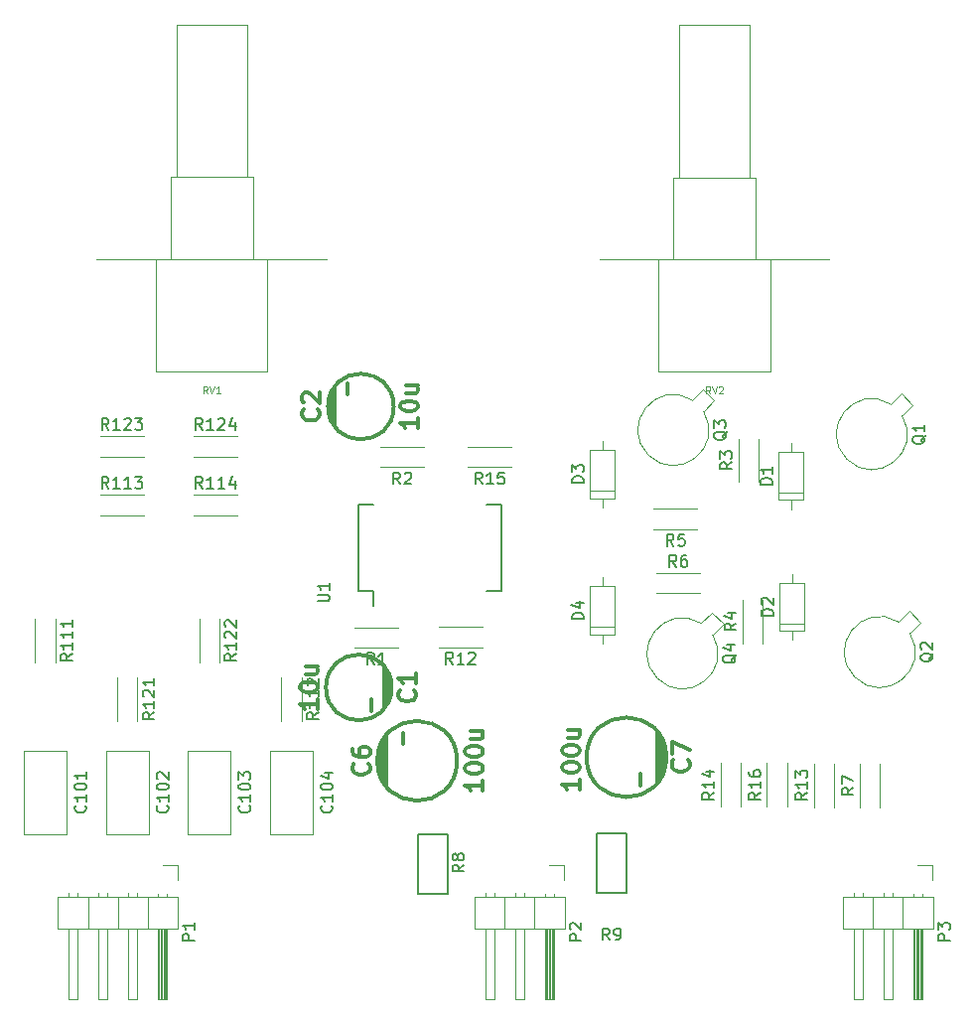
<source format=gbr>
G04 #@! TF.FileFunction,Legend,Top*
%FSLAX46Y46*%
G04 Gerber Fmt 4.6, Leading zero omitted, Abs format (unit mm)*
G04 Created by KiCad (PCBNEW 4.0.7) date Sunday 08 October 2017 21:17:18*
%MOMM*%
%LPD*%
G01*
G04 APERTURE LIST*
%ADD10C,0.100000*%
%ADD11C,0.150000*%
%ADD12C,0.120000*%
%ADD13C,0.075000*%
%ADD14C,0.304800*%
%ADD15C,0.300000*%
G04 APERTURE END LIST*
D10*
D11*
X134345000Y-94075000D02*
X134345000Y-99155000D01*
X134345000Y-99155000D02*
X131805000Y-99155000D01*
X131805000Y-99155000D02*
X131805000Y-94075000D01*
X131805000Y-94075000D02*
X134345000Y-94075000D01*
X149595000Y-94025000D02*
X149595000Y-99105000D01*
X149595000Y-99105000D02*
X147055000Y-99105000D01*
X147055000Y-99105000D02*
X147055000Y-94025000D01*
X147055000Y-94025000D02*
X149595000Y-94025000D01*
X126710000Y-73315000D02*
X127980000Y-73315000D01*
X126710000Y-65965000D02*
X127980000Y-65965000D01*
X138920000Y-65965000D02*
X137650000Y-65965000D01*
X138920000Y-73315000D02*
X137650000Y-73315000D01*
X126710000Y-73315000D02*
X126710000Y-65965000D01*
X138920000Y-73315000D02*
X138920000Y-65965000D01*
X127980000Y-73315000D02*
X127980000Y-74600000D01*
D12*
X111330000Y-99440000D02*
X101050000Y-99440000D01*
X101050000Y-99440000D02*
X101050000Y-102100000D01*
X101050000Y-102100000D02*
X111330000Y-102100000D01*
X111330000Y-102100000D02*
X111330000Y-99440000D01*
X110380000Y-102100000D02*
X110380000Y-108100000D01*
X110380000Y-108100000D02*
X109620000Y-108100000D01*
X109620000Y-108100000D02*
X109620000Y-102100000D01*
X110320000Y-102100000D02*
X110320000Y-108100000D01*
X110200000Y-102100000D02*
X110200000Y-108100000D01*
X110080000Y-102100000D02*
X110080000Y-108100000D01*
X109960000Y-102100000D02*
X109960000Y-108100000D01*
X109840000Y-102100000D02*
X109840000Y-108100000D01*
X109720000Y-102100000D02*
X109720000Y-108100000D01*
X110380000Y-99110000D02*
X110380000Y-99440000D01*
X109620000Y-99110000D02*
X109620000Y-99440000D01*
X108730000Y-99440000D02*
X108730000Y-102100000D01*
X107840000Y-102100000D02*
X107840000Y-108100000D01*
X107840000Y-108100000D02*
X107080000Y-108100000D01*
X107080000Y-108100000D02*
X107080000Y-102100000D01*
X107840000Y-99042929D02*
X107840000Y-99440000D01*
X107080000Y-99042929D02*
X107080000Y-99440000D01*
X106190000Y-99440000D02*
X106190000Y-102100000D01*
X105300000Y-102100000D02*
X105300000Y-108100000D01*
X105300000Y-108100000D02*
X104540000Y-108100000D01*
X104540000Y-108100000D02*
X104540000Y-102100000D01*
X105300000Y-99042929D02*
X105300000Y-99440000D01*
X104540000Y-99042929D02*
X104540000Y-99440000D01*
X103650000Y-99440000D02*
X103650000Y-102100000D01*
X102760000Y-102100000D02*
X102760000Y-108100000D01*
X102760000Y-108100000D02*
X102000000Y-108100000D01*
X102000000Y-108100000D02*
X102000000Y-102100000D01*
X102760000Y-99042929D02*
X102760000Y-99440000D01*
X102000000Y-99042929D02*
X102000000Y-99440000D01*
X110000000Y-96730000D02*
X111270000Y-96730000D01*
X111270000Y-96730000D02*
X111270000Y-98000000D01*
X144330000Y-99440000D02*
X136590000Y-99440000D01*
X136590000Y-99440000D02*
X136590000Y-102100000D01*
X136590000Y-102100000D02*
X144330000Y-102100000D01*
X144330000Y-102100000D02*
X144330000Y-99440000D01*
X143380000Y-102100000D02*
X143380000Y-108100000D01*
X143380000Y-108100000D02*
X142620000Y-108100000D01*
X142620000Y-108100000D02*
X142620000Y-102100000D01*
X143320000Y-102100000D02*
X143320000Y-108100000D01*
X143200000Y-102100000D02*
X143200000Y-108100000D01*
X143080000Y-102100000D02*
X143080000Y-108100000D01*
X142960000Y-102100000D02*
X142960000Y-108100000D01*
X142840000Y-102100000D02*
X142840000Y-108100000D01*
X142720000Y-102100000D02*
X142720000Y-108100000D01*
X143380000Y-99110000D02*
X143380000Y-99440000D01*
X142620000Y-99110000D02*
X142620000Y-99440000D01*
X141730000Y-99440000D02*
X141730000Y-102100000D01*
X140840000Y-102100000D02*
X140840000Y-108100000D01*
X140840000Y-108100000D02*
X140080000Y-108100000D01*
X140080000Y-108100000D02*
X140080000Y-102100000D01*
X140840000Y-99042929D02*
X140840000Y-99440000D01*
X140080000Y-99042929D02*
X140080000Y-99440000D01*
X139190000Y-99440000D02*
X139190000Y-102100000D01*
X138300000Y-102100000D02*
X138300000Y-108100000D01*
X138300000Y-108100000D02*
X137540000Y-108100000D01*
X137540000Y-108100000D02*
X137540000Y-102100000D01*
X138300000Y-99042929D02*
X138300000Y-99440000D01*
X137540000Y-99042929D02*
X137540000Y-99440000D01*
X143000000Y-96730000D02*
X144270000Y-96730000D01*
X144270000Y-96730000D02*
X144270000Y-98000000D01*
X175755000Y-99440000D02*
X168015000Y-99440000D01*
X168015000Y-99440000D02*
X168015000Y-102100000D01*
X168015000Y-102100000D02*
X175755000Y-102100000D01*
X175755000Y-102100000D02*
X175755000Y-99440000D01*
X174805000Y-102100000D02*
X174805000Y-108100000D01*
X174805000Y-108100000D02*
X174045000Y-108100000D01*
X174045000Y-108100000D02*
X174045000Y-102100000D01*
X174745000Y-102100000D02*
X174745000Y-108100000D01*
X174625000Y-102100000D02*
X174625000Y-108100000D01*
X174505000Y-102100000D02*
X174505000Y-108100000D01*
X174385000Y-102100000D02*
X174385000Y-108100000D01*
X174265000Y-102100000D02*
X174265000Y-108100000D01*
X174145000Y-102100000D02*
X174145000Y-108100000D01*
X174805000Y-99110000D02*
X174805000Y-99440000D01*
X174045000Y-99110000D02*
X174045000Y-99440000D01*
X173155000Y-99440000D02*
X173155000Y-102100000D01*
X172265000Y-102100000D02*
X172265000Y-108100000D01*
X172265000Y-108100000D02*
X171505000Y-108100000D01*
X171505000Y-108100000D02*
X171505000Y-102100000D01*
X172265000Y-99042929D02*
X172265000Y-99440000D01*
X171505000Y-99042929D02*
X171505000Y-99440000D01*
X170615000Y-99440000D02*
X170615000Y-102100000D01*
X169725000Y-102100000D02*
X169725000Y-108100000D01*
X169725000Y-108100000D02*
X168965000Y-108100000D01*
X168965000Y-108100000D02*
X168965000Y-102100000D01*
X169725000Y-99042929D02*
X169725000Y-99440000D01*
X168965000Y-99042929D02*
X168965000Y-99440000D01*
X174425000Y-96730000D02*
X175695000Y-96730000D01*
X175695000Y-96730000D02*
X175695000Y-98000000D01*
D13*
X104400000Y-45050000D02*
X124000000Y-45050000D01*
X111200000Y-25050000D02*
X117200000Y-25050000D01*
X117200000Y-38050000D02*
X117200000Y-25050000D01*
X117700000Y-45050000D02*
X117700000Y-38050000D01*
X109450000Y-45050000D02*
X109450000Y-54600000D01*
X118950000Y-45050000D02*
X109450000Y-45050000D01*
X118950000Y-54600000D02*
X109450000Y-54600000D01*
X118950000Y-45050000D02*
X118950000Y-54600000D01*
X110700000Y-45050000D02*
X110700000Y-38050000D01*
X117700000Y-38050000D02*
X110700000Y-38050000D01*
X111200000Y-38050000D02*
X111200000Y-25050000D01*
X147275000Y-45075000D02*
X166875000Y-45075000D01*
X154075000Y-25075000D02*
X160075000Y-25075000D01*
X160075000Y-38075000D02*
X160075000Y-25075000D01*
X160575000Y-45075000D02*
X160575000Y-38075000D01*
X152325000Y-45075000D02*
X152325000Y-54625000D01*
X161825000Y-45075000D02*
X152325000Y-45075000D01*
X161825000Y-54625000D02*
X152325000Y-54625000D01*
X161825000Y-45075000D02*
X161825000Y-54625000D01*
X153575000Y-45075000D02*
X153575000Y-38075000D01*
X160575000Y-38075000D02*
X153575000Y-38075000D01*
X154075000Y-38075000D02*
X154075000Y-25075000D01*
D14*
X129125000Y-89900000D02*
X129125000Y-85700000D01*
X128925000Y-89600000D02*
X128925000Y-86000000D01*
X128725000Y-89200000D02*
X128725000Y-86400000D01*
X128525000Y-88600000D02*
X128525000Y-86900000D01*
X135125000Y-87800000D02*
G75*
G03X135125000Y-87800000I-3400000J0D01*
G01*
D15*
X130525000Y-86400000D02*
X130525000Y-85400000D01*
D14*
X152175000Y-85400000D02*
X152175000Y-89600000D01*
X152375000Y-85700000D02*
X152375000Y-89300000D01*
X152575000Y-86100000D02*
X152575000Y-88900000D01*
X152775000Y-86700000D02*
X152775000Y-88400000D01*
X152975000Y-87500000D02*
G75*
G03X152975000Y-87500000I-3400000J0D01*
G01*
D15*
X150775000Y-88900000D02*
X150775000Y-89900000D01*
D14*
X129350000Y-80750000D02*
X129350000Y-82350000D01*
X129150000Y-80250000D02*
X129150000Y-82850000D01*
X128950000Y-79850000D02*
X128950000Y-83250000D01*
X129550000Y-81550000D02*
G75*
G03X129550000Y-81550000I-2800000J0D01*
G01*
D15*
X127850000Y-82550000D02*
X127850000Y-83550000D01*
D14*
X124325000Y-58400000D02*
X124325000Y-56800000D01*
X124525000Y-58900000D02*
X124525000Y-56300000D01*
X124725000Y-59300000D02*
X124725000Y-55900000D01*
X129725000Y-57600000D02*
G75*
G03X129725000Y-57600000I-2800000J0D01*
G01*
D15*
X125825000Y-56600000D02*
X125825000Y-55600000D01*
D12*
X173072281Y-58372669D02*
X173984448Y-57460501D01*
X173984448Y-57460501D02*
X172994499Y-56470552D01*
X172994499Y-56470552D02*
X172082331Y-57382719D01*
X172082544Y-57382850D02*
G75*
G03X173072281Y-58372669I-1582544J-2572150D01*
G01*
X173747281Y-76947669D02*
X174659448Y-76035501D01*
X174659448Y-76035501D02*
X173669499Y-75045552D01*
X173669499Y-75045552D02*
X172757331Y-75957719D01*
X172757544Y-75957850D02*
G75*
G03X173747281Y-76947669I-1582544J-2572150D01*
G01*
X156147281Y-58022669D02*
X157059448Y-57110501D01*
X157059448Y-57110501D02*
X156069499Y-56120552D01*
X156069499Y-56120552D02*
X155157331Y-57032719D01*
X155157544Y-57032850D02*
G75*
G03X156147281Y-58022669I-1582544J-2572150D01*
G01*
X156922281Y-77062669D02*
X157834448Y-76150501D01*
X157834448Y-76150501D02*
X156844499Y-75160552D01*
X156844499Y-75160552D02*
X155932331Y-76072719D01*
X155932544Y-76072850D02*
G75*
G03X156922281Y-77062669I-1582544J-2572150D01*
G01*
X162540000Y-65570000D02*
X164660000Y-65570000D01*
X164660000Y-65570000D02*
X164660000Y-61450000D01*
X164660000Y-61450000D02*
X162540000Y-61450000D01*
X162540000Y-61450000D02*
X162540000Y-65570000D01*
X163600000Y-66340000D02*
X163600000Y-65570000D01*
X163600000Y-60680000D02*
X163600000Y-61450000D01*
X162540000Y-64910000D02*
X164660000Y-64910000D01*
X162615000Y-76745000D02*
X164735000Y-76745000D01*
X164735000Y-76745000D02*
X164735000Y-72625000D01*
X164735000Y-72625000D02*
X162615000Y-72625000D01*
X162615000Y-72625000D02*
X162615000Y-76745000D01*
X163675000Y-77515000D02*
X163675000Y-76745000D01*
X163675000Y-71855000D02*
X163675000Y-72625000D01*
X162615000Y-76085000D02*
X164735000Y-76085000D01*
X146465000Y-65425000D02*
X148585000Y-65425000D01*
X148585000Y-65425000D02*
X148585000Y-61305000D01*
X148585000Y-61305000D02*
X146465000Y-61305000D01*
X146465000Y-61305000D02*
X146465000Y-65425000D01*
X147525000Y-66195000D02*
X147525000Y-65425000D01*
X147525000Y-60535000D02*
X147525000Y-61305000D01*
X146465000Y-64765000D02*
X148585000Y-64765000D01*
X146465000Y-77050000D02*
X148585000Y-77050000D01*
X148585000Y-77050000D02*
X148585000Y-72930000D01*
X148585000Y-72930000D02*
X146465000Y-72930000D01*
X146465000Y-72930000D02*
X146465000Y-77050000D01*
X147525000Y-77820000D02*
X147525000Y-77050000D01*
X147525000Y-72160000D02*
X147525000Y-72930000D01*
X146465000Y-76390000D02*
X148585000Y-76390000D01*
X130075000Y-78135000D02*
X126355000Y-78135000D01*
X130075000Y-76415000D02*
X126355000Y-76415000D01*
X132300000Y-62760000D02*
X128580000Y-62760000D01*
X132300000Y-61040000D02*
X128580000Y-61040000D01*
X159115000Y-64050000D02*
X159115000Y-60330000D01*
X160835000Y-64050000D02*
X160835000Y-60330000D01*
X159465000Y-77770000D02*
X159465000Y-74050000D01*
X161185000Y-77770000D02*
X161185000Y-74050000D01*
X155625000Y-68035000D02*
X151905000Y-68035000D01*
X155625000Y-66315000D02*
X151905000Y-66315000D01*
X152125000Y-71815000D02*
X155845000Y-71815000D01*
X152125000Y-73535000D02*
X155845000Y-73535000D01*
X169465000Y-91795000D02*
X169465000Y-88075000D01*
X171185000Y-91795000D02*
X171185000Y-88075000D01*
X137275000Y-78110000D02*
X133555000Y-78110000D01*
X137275000Y-76390000D02*
X133555000Y-76390000D01*
X165540000Y-91750000D02*
X165540000Y-88030000D01*
X167260000Y-91750000D02*
X167260000Y-88030000D01*
X157590000Y-91720000D02*
X157590000Y-88000000D01*
X159310000Y-91720000D02*
X159310000Y-88000000D01*
X139775000Y-62760000D02*
X136055000Y-62760000D01*
X139775000Y-61040000D02*
X136055000Y-61040000D01*
X161540000Y-91725000D02*
X161540000Y-88005000D01*
X163260000Y-91725000D02*
X163260000Y-88005000D01*
X100860000Y-75680000D02*
X100860000Y-79400000D01*
X99140000Y-75680000D02*
X99140000Y-79400000D01*
X121860000Y-80680000D02*
X121860000Y-84400000D01*
X120140000Y-80680000D02*
X120140000Y-84400000D01*
X104680000Y-65140000D02*
X108400000Y-65140000D01*
X104680000Y-66860000D02*
X108400000Y-66860000D01*
X112680000Y-65140000D02*
X116400000Y-65140000D01*
X112680000Y-66860000D02*
X116400000Y-66860000D01*
X107860000Y-80680000D02*
X107860000Y-84400000D01*
X106140000Y-80680000D02*
X106140000Y-84400000D01*
X114860000Y-75680000D02*
X114860000Y-79400000D01*
X113140000Y-75680000D02*
X113140000Y-79400000D01*
X104680000Y-60140000D02*
X108400000Y-60140000D01*
X104680000Y-61860000D02*
X108400000Y-61860000D01*
X112680000Y-60140000D02*
X116400000Y-60140000D01*
X112680000Y-61860000D02*
X116400000Y-61860000D01*
X101810000Y-86940000D02*
X101810000Y-94060000D01*
X98190000Y-86940000D02*
X98190000Y-94060000D01*
X101810000Y-86940000D02*
X98190000Y-86940000D01*
X101810000Y-94060000D02*
X98190000Y-94060000D01*
X108810000Y-86940000D02*
X108810000Y-94060000D01*
X105190000Y-86940000D02*
X105190000Y-94060000D01*
X108810000Y-86940000D02*
X105190000Y-86940000D01*
X108810000Y-94060000D02*
X105190000Y-94060000D01*
X115810000Y-86940000D02*
X115810000Y-94060000D01*
X112190000Y-86940000D02*
X112190000Y-94060000D01*
X115810000Y-86940000D02*
X112190000Y-86940000D01*
X115810000Y-94060000D02*
X112190000Y-94060000D01*
X122810000Y-86940000D02*
X122810000Y-94060000D01*
X119190000Y-86940000D02*
X119190000Y-94060000D01*
X122810000Y-86940000D02*
X119190000Y-86940000D01*
X122810000Y-94060000D02*
X119190000Y-94060000D01*
D11*
X135721381Y-96670666D02*
X135245190Y-97004000D01*
X135721381Y-97242095D02*
X134721381Y-97242095D01*
X134721381Y-96861142D01*
X134769000Y-96765904D01*
X134816619Y-96718285D01*
X134911857Y-96670666D01*
X135054714Y-96670666D01*
X135149952Y-96718285D01*
X135197571Y-96765904D01*
X135245190Y-96861142D01*
X135245190Y-97242095D01*
X135149952Y-96099238D02*
X135102333Y-96194476D01*
X135054714Y-96242095D01*
X134959476Y-96289714D01*
X134911857Y-96289714D01*
X134816619Y-96242095D01*
X134769000Y-96194476D01*
X134721381Y-96099238D01*
X134721381Y-95908761D01*
X134769000Y-95813523D01*
X134816619Y-95765904D01*
X134911857Y-95718285D01*
X134959476Y-95718285D01*
X135054714Y-95765904D01*
X135102333Y-95813523D01*
X135149952Y-95908761D01*
X135149952Y-96099238D01*
X135197571Y-96194476D01*
X135245190Y-96242095D01*
X135340429Y-96289714D01*
X135530905Y-96289714D01*
X135626143Y-96242095D01*
X135673762Y-96194476D01*
X135721381Y-96099238D01*
X135721381Y-95908761D01*
X135673762Y-95813523D01*
X135626143Y-95765904D01*
X135530905Y-95718285D01*
X135340429Y-95718285D01*
X135245190Y-95765904D01*
X135197571Y-95813523D01*
X135149952Y-95908761D01*
X148133334Y-103077381D02*
X147800000Y-102601190D01*
X147561905Y-103077381D02*
X147561905Y-102077381D01*
X147942858Y-102077381D01*
X148038096Y-102125000D01*
X148085715Y-102172619D01*
X148133334Y-102267857D01*
X148133334Y-102410714D01*
X148085715Y-102505952D01*
X148038096Y-102553571D01*
X147942858Y-102601190D01*
X147561905Y-102601190D01*
X148609524Y-103077381D02*
X148800000Y-103077381D01*
X148895239Y-103029762D01*
X148942858Y-102982143D01*
X149038096Y-102839286D01*
X149085715Y-102648810D01*
X149085715Y-102267857D01*
X149038096Y-102172619D01*
X148990477Y-102125000D01*
X148895239Y-102077381D01*
X148704762Y-102077381D01*
X148609524Y-102125000D01*
X148561905Y-102172619D01*
X148514286Y-102267857D01*
X148514286Y-102505952D01*
X148561905Y-102601190D01*
X148609524Y-102648810D01*
X148704762Y-102696429D01*
X148895239Y-102696429D01*
X148990477Y-102648810D01*
X149038096Y-102601190D01*
X149085715Y-102505952D01*
X123237381Y-74211905D02*
X124046905Y-74211905D01*
X124142143Y-74164286D01*
X124189762Y-74116667D01*
X124237381Y-74021429D01*
X124237381Y-73830952D01*
X124189762Y-73735714D01*
X124142143Y-73688095D01*
X124046905Y-73640476D01*
X123237381Y-73640476D01*
X124237381Y-72640476D02*
X124237381Y-73211905D01*
X124237381Y-72926191D02*
X123237381Y-72926191D01*
X123380238Y-73021429D01*
X123475476Y-73116667D01*
X123523095Y-73211905D01*
X112722381Y-103123095D02*
X111722381Y-103123095D01*
X111722381Y-102742142D01*
X111770000Y-102646904D01*
X111817619Y-102599285D01*
X111912857Y-102551666D01*
X112055714Y-102551666D01*
X112150952Y-102599285D01*
X112198571Y-102646904D01*
X112246190Y-102742142D01*
X112246190Y-103123095D01*
X112722381Y-101599285D02*
X112722381Y-102170714D01*
X112722381Y-101885000D02*
X111722381Y-101885000D01*
X111865238Y-101980238D01*
X111960476Y-102075476D01*
X112008095Y-102170714D01*
X145722381Y-103123095D02*
X144722381Y-103123095D01*
X144722381Y-102742142D01*
X144770000Y-102646904D01*
X144817619Y-102599285D01*
X144912857Y-102551666D01*
X145055714Y-102551666D01*
X145150952Y-102599285D01*
X145198571Y-102646904D01*
X145246190Y-102742142D01*
X145246190Y-103123095D01*
X144817619Y-102170714D02*
X144770000Y-102123095D01*
X144722381Y-102027857D01*
X144722381Y-101789761D01*
X144770000Y-101694523D01*
X144817619Y-101646904D01*
X144912857Y-101599285D01*
X145008095Y-101599285D01*
X145150952Y-101646904D01*
X145722381Y-102218333D01*
X145722381Y-101599285D01*
X177147381Y-103123095D02*
X176147381Y-103123095D01*
X176147381Y-102742142D01*
X176195000Y-102646904D01*
X176242619Y-102599285D01*
X176337857Y-102551666D01*
X176480714Y-102551666D01*
X176575952Y-102599285D01*
X176623571Y-102646904D01*
X176671190Y-102742142D01*
X176671190Y-103123095D01*
X176147381Y-102218333D02*
X176147381Y-101599285D01*
X176528333Y-101932619D01*
X176528333Y-101789761D01*
X176575952Y-101694523D01*
X176623571Y-101646904D01*
X176718810Y-101599285D01*
X176956905Y-101599285D01*
X177052143Y-101646904D01*
X177099762Y-101694523D01*
X177147381Y-101789761D01*
X177147381Y-102075476D01*
X177099762Y-102170714D01*
X177052143Y-102218333D01*
D10*
X113842857Y-56471429D02*
X113642857Y-56185714D01*
X113500000Y-56471429D02*
X113500000Y-55871429D01*
X113728572Y-55871429D01*
X113785714Y-55900000D01*
X113814286Y-55928571D01*
X113842857Y-55985714D01*
X113842857Y-56071429D01*
X113814286Y-56128571D01*
X113785714Y-56157143D01*
X113728572Y-56185714D01*
X113500000Y-56185714D01*
X114014286Y-55871429D02*
X114214286Y-56471429D01*
X114414286Y-55871429D01*
X114928572Y-56471429D02*
X114585715Y-56471429D01*
X114757143Y-56471429D02*
X114757143Y-55871429D01*
X114700000Y-55957143D01*
X114642858Y-56014286D01*
X114585715Y-56042857D01*
X156717857Y-56496429D02*
X156517857Y-56210714D01*
X156375000Y-56496429D02*
X156375000Y-55896429D01*
X156603572Y-55896429D01*
X156660714Y-55925000D01*
X156689286Y-55953571D01*
X156717857Y-56010714D01*
X156717857Y-56096429D01*
X156689286Y-56153571D01*
X156660714Y-56182143D01*
X156603572Y-56210714D01*
X156375000Y-56210714D01*
X156889286Y-55896429D02*
X157089286Y-56496429D01*
X157289286Y-55896429D01*
X157460715Y-55953571D02*
X157489286Y-55925000D01*
X157546429Y-55896429D01*
X157689286Y-55896429D01*
X157746429Y-55925000D01*
X157775000Y-55953571D01*
X157803572Y-56010714D01*
X157803572Y-56067857D01*
X157775000Y-56153571D01*
X157432143Y-56496429D01*
X157803572Y-56496429D01*
D14*
X127569286Y-88054000D02*
X127641857Y-88126571D01*
X127714429Y-88344285D01*
X127714429Y-88489428D01*
X127641857Y-88707143D01*
X127496714Y-88852285D01*
X127351571Y-88924857D01*
X127061286Y-88997428D01*
X126843571Y-88997428D01*
X126553286Y-88924857D01*
X126408143Y-88852285D01*
X126263000Y-88707143D01*
X126190429Y-88489428D01*
X126190429Y-88344285D01*
X126263000Y-88126571D01*
X126335571Y-88054000D01*
X126190429Y-86747714D02*
X126190429Y-87038000D01*
X126263000Y-87183143D01*
X126335571Y-87255714D01*
X126553286Y-87400857D01*
X126843571Y-87473428D01*
X127424143Y-87473428D01*
X127569286Y-87400857D01*
X127641857Y-87328285D01*
X127714429Y-87183143D01*
X127714429Y-86892857D01*
X127641857Y-86747714D01*
X127569286Y-86675143D01*
X127424143Y-86602571D01*
X127061286Y-86602571D01*
X126916143Y-86675143D01*
X126843571Y-86747714D01*
X126771000Y-86892857D01*
X126771000Y-87183143D01*
X126843571Y-87328285D01*
X126916143Y-87400857D01*
X127061286Y-87473428D01*
X137339429Y-89455429D02*
X137339429Y-90326286D01*
X137339429Y-89890858D02*
X135815429Y-89890858D01*
X136033143Y-90036001D01*
X136178286Y-90181143D01*
X136250857Y-90326286D01*
X135815429Y-88512000D02*
X135815429Y-88366857D01*
X135888000Y-88221714D01*
X135960571Y-88149143D01*
X136105714Y-88076572D01*
X136396000Y-88004000D01*
X136758857Y-88004000D01*
X137049143Y-88076572D01*
X137194286Y-88149143D01*
X137266857Y-88221714D01*
X137339429Y-88366857D01*
X137339429Y-88512000D01*
X137266857Y-88657143D01*
X137194286Y-88729714D01*
X137049143Y-88802286D01*
X136758857Y-88874857D01*
X136396000Y-88874857D01*
X136105714Y-88802286D01*
X135960571Y-88729714D01*
X135888000Y-88657143D01*
X135815429Y-88512000D01*
X135815429Y-87060571D02*
X135815429Y-86915428D01*
X135888000Y-86770285D01*
X135960571Y-86697714D01*
X136105714Y-86625143D01*
X136396000Y-86552571D01*
X136758857Y-86552571D01*
X137049143Y-86625143D01*
X137194286Y-86697714D01*
X137266857Y-86770285D01*
X137339429Y-86915428D01*
X137339429Y-87060571D01*
X137266857Y-87205714D01*
X137194286Y-87278285D01*
X137049143Y-87350857D01*
X136758857Y-87423428D01*
X136396000Y-87423428D01*
X136105714Y-87350857D01*
X135960571Y-87278285D01*
X135888000Y-87205714D01*
X135815429Y-87060571D01*
X136323429Y-85246285D02*
X137339429Y-85246285D01*
X136323429Y-85899428D02*
X137121714Y-85899428D01*
X137266857Y-85826856D01*
X137339429Y-85681714D01*
X137339429Y-85463999D01*
X137266857Y-85318856D01*
X137194286Y-85246285D01*
X154819286Y-87754000D02*
X154891857Y-87826571D01*
X154964429Y-88044285D01*
X154964429Y-88189428D01*
X154891857Y-88407143D01*
X154746714Y-88552285D01*
X154601571Y-88624857D01*
X154311286Y-88697428D01*
X154093571Y-88697428D01*
X153803286Y-88624857D01*
X153658143Y-88552285D01*
X153513000Y-88407143D01*
X153440429Y-88189428D01*
X153440429Y-88044285D01*
X153513000Y-87826571D01*
X153585571Y-87754000D01*
X153440429Y-87246000D02*
X153440429Y-86230000D01*
X154964429Y-86883143D01*
X145614429Y-89380429D02*
X145614429Y-90251286D01*
X145614429Y-89815858D02*
X144090429Y-89815858D01*
X144308143Y-89961001D01*
X144453286Y-90106143D01*
X144525857Y-90251286D01*
X144090429Y-88437000D02*
X144090429Y-88291857D01*
X144163000Y-88146714D01*
X144235571Y-88074143D01*
X144380714Y-88001572D01*
X144671000Y-87929000D01*
X145033857Y-87929000D01*
X145324143Y-88001572D01*
X145469286Y-88074143D01*
X145541857Y-88146714D01*
X145614429Y-88291857D01*
X145614429Y-88437000D01*
X145541857Y-88582143D01*
X145469286Y-88654714D01*
X145324143Y-88727286D01*
X145033857Y-88799857D01*
X144671000Y-88799857D01*
X144380714Y-88727286D01*
X144235571Y-88654714D01*
X144163000Y-88582143D01*
X144090429Y-88437000D01*
X144090429Y-86985571D02*
X144090429Y-86840428D01*
X144163000Y-86695285D01*
X144235571Y-86622714D01*
X144380714Y-86550143D01*
X144671000Y-86477571D01*
X145033857Y-86477571D01*
X145324143Y-86550143D01*
X145469286Y-86622714D01*
X145541857Y-86695285D01*
X145614429Y-86840428D01*
X145614429Y-86985571D01*
X145541857Y-87130714D01*
X145469286Y-87203285D01*
X145324143Y-87275857D01*
X145033857Y-87348428D01*
X144671000Y-87348428D01*
X144380714Y-87275857D01*
X144235571Y-87203285D01*
X144163000Y-87130714D01*
X144090429Y-86985571D01*
X144598429Y-85171285D02*
X145614429Y-85171285D01*
X144598429Y-85824428D02*
X145396714Y-85824428D01*
X145541857Y-85751856D01*
X145614429Y-85606714D01*
X145614429Y-85388999D01*
X145541857Y-85243856D01*
X145469286Y-85171285D01*
X131494286Y-81804000D02*
X131566857Y-81876571D01*
X131639429Y-82094285D01*
X131639429Y-82239428D01*
X131566857Y-82457143D01*
X131421714Y-82602285D01*
X131276571Y-82674857D01*
X130986286Y-82747428D01*
X130768571Y-82747428D01*
X130478286Y-82674857D01*
X130333143Y-82602285D01*
X130188000Y-82457143D01*
X130115429Y-82239428D01*
X130115429Y-82094285D01*
X130188000Y-81876571D01*
X130260571Y-81804000D01*
X131639429Y-80352571D02*
X131639429Y-81223428D01*
X131639429Y-80788000D02*
X130115429Y-80788000D01*
X130333143Y-80933143D01*
X130478286Y-81078285D01*
X130550857Y-81223428D01*
X123239429Y-82529714D02*
X123239429Y-83400571D01*
X123239429Y-82965143D02*
X121715429Y-82965143D01*
X121933143Y-83110286D01*
X122078286Y-83255428D01*
X122150857Y-83400571D01*
X121715429Y-81586285D02*
X121715429Y-81441142D01*
X121788000Y-81295999D01*
X121860571Y-81223428D01*
X122005714Y-81150857D01*
X122296000Y-81078285D01*
X122658857Y-81078285D01*
X122949143Y-81150857D01*
X123094286Y-81223428D01*
X123166857Y-81295999D01*
X123239429Y-81441142D01*
X123239429Y-81586285D01*
X123166857Y-81731428D01*
X123094286Y-81803999D01*
X122949143Y-81876571D01*
X122658857Y-81949142D01*
X122296000Y-81949142D01*
X122005714Y-81876571D01*
X121860571Y-81803999D01*
X121788000Y-81731428D01*
X121715429Y-81586285D01*
X122223429Y-79771999D02*
X123239429Y-79771999D01*
X122223429Y-80425142D02*
X123021714Y-80425142D01*
X123166857Y-80352570D01*
X123239429Y-80207428D01*
X123239429Y-79989713D01*
X123166857Y-79844570D01*
X123094286Y-79771999D01*
X123269286Y-57854000D02*
X123341857Y-57926571D01*
X123414429Y-58144285D01*
X123414429Y-58289428D01*
X123341857Y-58507143D01*
X123196714Y-58652285D01*
X123051571Y-58724857D01*
X122761286Y-58797428D01*
X122543571Y-58797428D01*
X122253286Y-58724857D01*
X122108143Y-58652285D01*
X121963000Y-58507143D01*
X121890429Y-58289428D01*
X121890429Y-58144285D01*
X121963000Y-57926571D01*
X122035571Y-57854000D01*
X122035571Y-57273428D02*
X121963000Y-57200857D01*
X121890429Y-57055714D01*
X121890429Y-56692857D01*
X121963000Y-56547714D01*
X122035571Y-56475143D01*
X122180714Y-56402571D01*
X122325857Y-56402571D01*
X122543571Y-56475143D01*
X123414429Y-57346000D01*
X123414429Y-56402571D01*
X131814429Y-58579714D02*
X131814429Y-59450571D01*
X131814429Y-59015143D02*
X130290429Y-59015143D01*
X130508143Y-59160286D01*
X130653286Y-59305428D01*
X130725857Y-59450571D01*
X130290429Y-57636285D02*
X130290429Y-57491142D01*
X130363000Y-57345999D01*
X130435571Y-57273428D01*
X130580714Y-57200857D01*
X130871000Y-57128285D01*
X131233857Y-57128285D01*
X131524143Y-57200857D01*
X131669286Y-57273428D01*
X131741857Y-57345999D01*
X131814429Y-57491142D01*
X131814429Y-57636285D01*
X131741857Y-57781428D01*
X131669286Y-57853999D01*
X131524143Y-57926571D01*
X131233857Y-57999142D01*
X130871000Y-57999142D01*
X130580714Y-57926571D01*
X130435571Y-57853999D01*
X130363000Y-57781428D01*
X130290429Y-57636285D01*
X130798429Y-55821999D02*
X131814429Y-55821999D01*
X130798429Y-56475142D02*
X131596714Y-56475142D01*
X131741857Y-56402570D01*
X131814429Y-56257428D01*
X131814429Y-56039713D01*
X131741857Y-55894570D01*
X131669286Y-55821999D01*
D11*
X175067619Y-60050238D02*
X175020000Y-60145476D01*
X174924762Y-60240714D01*
X174781905Y-60383571D01*
X174734286Y-60478810D01*
X174734286Y-60574048D01*
X174972381Y-60526429D02*
X174924762Y-60621667D01*
X174829524Y-60716905D01*
X174639048Y-60764524D01*
X174305714Y-60764524D01*
X174115238Y-60716905D01*
X174020000Y-60621667D01*
X173972381Y-60526429D01*
X173972381Y-60335952D01*
X174020000Y-60240714D01*
X174115238Y-60145476D01*
X174305714Y-60097857D01*
X174639048Y-60097857D01*
X174829524Y-60145476D01*
X174924762Y-60240714D01*
X174972381Y-60335952D01*
X174972381Y-60526429D01*
X174972381Y-59145476D02*
X174972381Y-59716905D01*
X174972381Y-59431191D02*
X173972381Y-59431191D01*
X174115238Y-59526429D01*
X174210476Y-59621667D01*
X174258095Y-59716905D01*
X175742619Y-78625238D02*
X175695000Y-78720476D01*
X175599762Y-78815714D01*
X175456905Y-78958571D01*
X175409286Y-79053810D01*
X175409286Y-79149048D01*
X175647381Y-79101429D02*
X175599762Y-79196667D01*
X175504524Y-79291905D01*
X175314048Y-79339524D01*
X174980714Y-79339524D01*
X174790238Y-79291905D01*
X174695000Y-79196667D01*
X174647381Y-79101429D01*
X174647381Y-78910952D01*
X174695000Y-78815714D01*
X174790238Y-78720476D01*
X174980714Y-78672857D01*
X175314048Y-78672857D01*
X175504524Y-78720476D01*
X175599762Y-78815714D01*
X175647381Y-78910952D01*
X175647381Y-79101429D01*
X174742619Y-78291905D02*
X174695000Y-78244286D01*
X174647381Y-78149048D01*
X174647381Y-77910952D01*
X174695000Y-77815714D01*
X174742619Y-77768095D01*
X174837857Y-77720476D01*
X174933095Y-77720476D01*
X175075952Y-77768095D01*
X175647381Y-78339524D01*
X175647381Y-77720476D01*
X158142619Y-59700238D02*
X158095000Y-59795476D01*
X157999762Y-59890714D01*
X157856905Y-60033571D01*
X157809286Y-60128810D01*
X157809286Y-60224048D01*
X158047381Y-60176429D02*
X157999762Y-60271667D01*
X157904524Y-60366905D01*
X157714048Y-60414524D01*
X157380714Y-60414524D01*
X157190238Y-60366905D01*
X157095000Y-60271667D01*
X157047381Y-60176429D01*
X157047381Y-59985952D01*
X157095000Y-59890714D01*
X157190238Y-59795476D01*
X157380714Y-59747857D01*
X157714048Y-59747857D01*
X157904524Y-59795476D01*
X157999762Y-59890714D01*
X158047381Y-59985952D01*
X158047381Y-60176429D01*
X157047381Y-59414524D02*
X157047381Y-58795476D01*
X157428333Y-59128810D01*
X157428333Y-58985952D01*
X157475952Y-58890714D01*
X157523571Y-58843095D01*
X157618810Y-58795476D01*
X157856905Y-58795476D01*
X157952143Y-58843095D01*
X157999762Y-58890714D01*
X158047381Y-58985952D01*
X158047381Y-59271667D01*
X157999762Y-59366905D01*
X157952143Y-59414524D01*
X158917619Y-78740238D02*
X158870000Y-78835476D01*
X158774762Y-78930714D01*
X158631905Y-79073571D01*
X158584286Y-79168810D01*
X158584286Y-79264048D01*
X158822381Y-79216429D02*
X158774762Y-79311667D01*
X158679524Y-79406905D01*
X158489048Y-79454524D01*
X158155714Y-79454524D01*
X157965238Y-79406905D01*
X157870000Y-79311667D01*
X157822381Y-79216429D01*
X157822381Y-79025952D01*
X157870000Y-78930714D01*
X157965238Y-78835476D01*
X158155714Y-78787857D01*
X158489048Y-78787857D01*
X158679524Y-78835476D01*
X158774762Y-78930714D01*
X158822381Y-79025952D01*
X158822381Y-79216429D01*
X158155714Y-77930714D02*
X158822381Y-77930714D01*
X157774762Y-78168810D02*
X158489048Y-78406905D01*
X158489048Y-77787857D01*
X161992381Y-64248095D02*
X160992381Y-64248095D01*
X160992381Y-64010000D01*
X161040000Y-63867142D01*
X161135238Y-63771904D01*
X161230476Y-63724285D01*
X161420952Y-63676666D01*
X161563810Y-63676666D01*
X161754286Y-63724285D01*
X161849524Y-63771904D01*
X161944762Y-63867142D01*
X161992381Y-64010000D01*
X161992381Y-64248095D01*
X161992381Y-62724285D02*
X161992381Y-63295714D01*
X161992381Y-63010000D02*
X160992381Y-63010000D01*
X161135238Y-63105238D01*
X161230476Y-63200476D01*
X161278095Y-63295714D01*
X162067381Y-75423095D02*
X161067381Y-75423095D01*
X161067381Y-75185000D01*
X161115000Y-75042142D01*
X161210238Y-74946904D01*
X161305476Y-74899285D01*
X161495952Y-74851666D01*
X161638810Y-74851666D01*
X161829286Y-74899285D01*
X161924524Y-74946904D01*
X162019762Y-75042142D01*
X162067381Y-75185000D01*
X162067381Y-75423095D01*
X161162619Y-74470714D02*
X161115000Y-74423095D01*
X161067381Y-74327857D01*
X161067381Y-74089761D01*
X161115000Y-73994523D01*
X161162619Y-73946904D01*
X161257857Y-73899285D01*
X161353095Y-73899285D01*
X161495952Y-73946904D01*
X162067381Y-74518333D01*
X162067381Y-73899285D01*
X145917381Y-64103095D02*
X144917381Y-64103095D01*
X144917381Y-63865000D01*
X144965000Y-63722142D01*
X145060238Y-63626904D01*
X145155476Y-63579285D01*
X145345952Y-63531666D01*
X145488810Y-63531666D01*
X145679286Y-63579285D01*
X145774524Y-63626904D01*
X145869762Y-63722142D01*
X145917381Y-63865000D01*
X145917381Y-64103095D01*
X144917381Y-63198333D02*
X144917381Y-62579285D01*
X145298333Y-62912619D01*
X145298333Y-62769761D01*
X145345952Y-62674523D01*
X145393571Y-62626904D01*
X145488810Y-62579285D01*
X145726905Y-62579285D01*
X145822143Y-62626904D01*
X145869762Y-62674523D01*
X145917381Y-62769761D01*
X145917381Y-63055476D01*
X145869762Y-63150714D01*
X145822143Y-63198333D01*
X145917381Y-75728095D02*
X144917381Y-75728095D01*
X144917381Y-75490000D01*
X144965000Y-75347142D01*
X145060238Y-75251904D01*
X145155476Y-75204285D01*
X145345952Y-75156666D01*
X145488810Y-75156666D01*
X145679286Y-75204285D01*
X145774524Y-75251904D01*
X145869762Y-75347142D01*
X145917381Y-75490000D01*
X145917381Y-75728095D01*
X145250714Y-74299523D02*
X145917381Y-74299523D01*
X144869762Y-74537619D02*
X145584048Y-74775714D01*
X145584048Y-74156666D01*
X128048334Y-79587381D02*
X127715000Y-79111190D01*
X127476905Y-79587381D02*
X127476905Y-78587381D01*
X127857858Y-78587381D01*
X127953096Y-78635000D01*
X128000715Y-78682619D01*
X128048334Y-78777857D01*
X128048334Y-78920714D01*
X128000715Y-79015952D01*
X127953096Y-79063571D01*
X127857858Y-79111190D01*
X127476905Y-79111190D01*
X129000715Y-79587381D02*
X128429286Y-79587381D01*
X128715000Y-79587381D02*
X128715000Y-78587381D01*
X128619762Y-78730238D01*
X128524524Y-78825476D01*
X128429286Y-78873095D01*
X130273334Y-64212381D02*
X129940000Y-63736190D01*
X129701905Y-64212381D02*
X129701905Y-63212381D01*
X130082858Y-63212381D01*
X130178096Y-63260000D01*
X130225715Y-63307619D01*
X130273334Y-63402857D01*
X130273334Y-63545714D01*
X130225715Y-63640952D01*
X130178096Y-63688571D01*
X130082858Y-63736190D01*
X129701905Y-63736190D01*
X130654286Y-63307619D02*
X130701905Y-63260000D01*
X130797143Y-63212381D01*
X131035239Y-63212381D01*
X131130477Y-63260000D01*
X131178096Y-63307619D01*
X131225715Y-63402857D01*
X131225715Y-63498095D01*
X131178096Y-63640952D01*
X130606667Y-64212381D01*
X131225715Y-64212381D01*
X158567381Y-62356666D02*
X158091190Y-62690000D01*
X158567381Y-62928095D02*
X157567381Y-62928095D01*
X157567381Y-62547142D01*
X157615000Y-62451904D01*
X157662619Y-62404285D01*
X157757857Y-62356666D01*
X157900714Y-62356666D01*
X157995952Y-62404285D01*
X158043571Y-62451904D01*
X158091190Y-62547142D01*
X158091190Y-62928095D01*
X157567381Y-62023333D02*
X157567381Y-61404285D01*
X157948333Y-61737619D01*
X157948333Y-61594761D01*
X157995952Y-61499523D01*
X158043571Y-61451904D01*
X158138810Y-61404285D01*
X158376905Y-61404285D01*
X158472143Y-61451904D01*
X158519762Y-61499523D01*
X158567381Y-61594761D01*
X158567381Y-61880476D01*
X158519762Y-61975714D01*
X158472143Y-62023333D01*
X158917381Y-76076666D02*
X158441190Y-76410000D01*
X158917381Y-76648095D02*
X157917381Y-76648095D01*
X157917381Y-76267142D01*
X157965000Y-76171904D01*
X158012619Y-76124285D01*
X158107857Y-76076666D01*
X158250714Y-76076666D01*
X158345952Y-76124285D01*
X158393571Y-76171904D01*
X158441190Y-76267142D01*
X158441190Y-76648095D01*
X158250714Y-75219523D02*
X158917381Y-75219523D01*
X157869762Y-75457619D02*
X158584048Y-75695714D01*
X158584048Y-75076666D01*
X153598334Y-69487381D02*
X153265000Y-69011190D01*
X153026905Y-69487381D02*
X153026905Y-68487381D01*
X153407858Y-68487381D01*
X153503096Y-68535000D01*
X153550715Y-68582619D01*
X153598334Y-68677857D01*
X153598334Y-68820714D01*
X153550715Y-68915952D01*
X153503096Y-68963571D01*
X153407858Y-69011190D01*
X153026905Y-69011190D01*
X154503096Y-68487381D02*
X154026905Y-68487381D01*
X153979286Y-68963571D01*
X154026905Y-68915952D01*
X154122143Y-68868333D01*
X154360239Y-68868333D01*
X154455477Y-68915952D01*
X154503096Y-68963571D01*
X154550715Y-69058810D01*
X154550715Y-69296905D01*
X154503096Y-69392143D01*
X154455477Y-69439762D01*
X154360239Y-69487381D01*
X154122143Y-69487381D01*
X154026905Y-69439762D01*
X153979286Y-69392143D01*
X153818334Y-71267381D02*
X153485000Y-70791190D01*
X153246905Y-71267381D02*
X153246905Y-70267381D01*
X153627858Y-70267381D01*
X153723096Y-70315000D01*
X153770715Y-70362619D01*
X153818334Y-70457857D01*
X153818334Y-70600714D01*
X153770715Y-70695952D01*
X153723096Y-70743571D01*
X153627858Y-70791190D01*
X153246905Y-70791190D01*
X154675477Y-70267381D02*
X154485000Y-70267381D01*
X154389762Y-70315000D01*
X154342143Y-70362619D01*
X154246905Y-70505476D01*
X154199286Y-70695952D01*
X154199286Y-71076905D01*
X154246905Y-71172143D01*
X154294524Y-71219762D01*
X154389762Y-71267381D01*
X154580239Y-71267381D01*
X154675477Y-71219762D01*
X154723096Y-71172143D01*
X154770715Y-71076905D01*
X154770715Y-70838810D01*
X154723096Y-70743571D01*
X154675477Y-70695952D01*
X154580239Y-70648333D01*
X154389762Y-70648333D01*
X154294524Y-70695952D01*
X154246905Y-70743571D01*
X154199286Y-70838810D01*
X168917381Y-90101666D02*
X168441190Y-90435000D01*
X168917381Y-90673095D02*
X167917381Y-90673095D01*
X167917381Y-90292142D01*
X167965000Y-90196904D01*
X168012619Y-90149285D01*
X168107857Y-90101666D01*
X168250714Y-90101666D01*
X168345952Y-90149285D01*
X168393571Y-90196904D01*
X168441190Y-90292142D01*
X168441190Y-90673095D01*
X167917381Y-89768333D02*
X167917381Y-89101666D01*
X168917381Y-89530238D01*
X134772143Y-79562381D02*
X134438809Y-79086190D01*
X134200714Y-79562381D02*
X134200714Y-78562381D01*
X134581667Y-78562381D01*
X134676905Y-78610000D01*
X134724524Y-78657619D01*
X134772143Y-78752857D01*
X134772143Y-78895714D01*
X134724524Y-78990952D01*
X134676905Y-79038571D01*
X134581667Y-79086190D01*
X134200714Y-79086190D01*
X135724524Y-79562381D02*
X135153095Y-79562381D01*
X135438809Y-79562381D02*
X135438809Y-78562381D01*
X135343571Y-78705238D01*
X135248333Y-78800476D01*
X135153095Y-78848095D01*
X136105476Y-78657619D02*
X136153095Y-78610000D01*
X136248333Y-78562381D01*
X136486429Y-78562381D01*
X136581667Y-78610000D01*
X136629286Y-78657619D01*
X136676905Y-78752857D01*
X136676905Y-78848095D01*
X136629286Y-78990952D01*
X136057857Y-79562381D01*
X136676905Y-79562381D01*
X164992381Y-90532857D02*
X164516190Y-90866191D01*
X164992381Y-91104286D02*
X163992381Y-91104286D01*
X163992381Y-90723333D01*
X164040000Y-90628095D01*
X164087619Y-90580476D01*
X164182857Y-90532857D01*
X164325714Y-90532857D01*
X164420952Y-90580476D01*
X164468571Y-90628095D01*
X164516190Y-90723333D01*
X164516190Y-91104286D01*
X164992381Y-89580476D02*
X164992381Y-90151905D01*
X164992381Y-89866191D02*
X163992381Y-89866191D01*
X164135238Y-89961429D01*
X164230476Y-90056667D01*
X164278095Y-90151905D01*
X163992381Y-89247143D02*
X163992381Y-88628095D01*
X164373333Y-88961429D01*
X164373333Y-88818571D01*
X164420952Y-88723333D01*
X164468571Y-88675714D01*
X164563810Y-88628095D01*
X164801905Y-88628095D01*
X164897143Y-88675714D01*
X164944762Y-88723333D01*
X164992381Y-88818571D01*
X164992381Y-89104286D01*
X164944762Y-89199524D01*
X164897143Y-89247143D01*
X157042381Y-90502857D02*
X156566190Y-90836191D01*
X157042381Y-91074286D02*
X156042381Y-91074286D01*
X156042381Y-90693333D01*
X156090000Y-90598095D01*
X156137619Y-90550476D01*
X156232857Y-90502857D01*
X156375714Y-90502857D01*
X156470952Y-90550476D01*
X156518571Y-90598095D01*
X156566190Y-90693333D01*
X156566190Y-91074286D01*
X157042381Y-89550476D02*
X157042381Y-90121905D01*
X157042381Y-89836191D02*
X156042381Y-89836191D01*
X156185238Y-89931429D01*
X156280476Y-90026667D01*
X156328095Y-90121905D01*
X156375714Y-88693333D02*
X157042381Y-88693333D01*
X155994762Y-88931429D02*
X156709048Y-89169524D01*
X156709048Y-88550476D01*
X137272143Y-64212381D02*
X136938809Y-63736190D01*
X136700714Y-64212381D02*
X136700714Y-63212381D01*
X137081667Y-63212381D01*
X137176905Y-63260000D01*
X137224524Y-63307619D01*
X137272143Y-63402857D01*
X137272143Y-63545714D01*
X137224524Y-63640952D01*
X137176905Y-63688571D01*
X137081667Y-63736190D01*
X136700714Y-63736190D01*
X138224524Y-64212381D02*
X137653095Y-64212381D01*
X137938809Y-64212381D02*
X137938809Y-63212381D01*
X137843571Y-63355238D01*
X137748333Y-63450476D01*
X137653095Y-63498095D01*
X139129286Y-63212381D02*
X138653095Y-63212381D01*
X138605476Y-63688571D01*
X138653095Y-63640952D01*
X138748333Y-63593333D01*
X138986429Y-63593333D01*
X139081667Y-63640952D01*
X139129286Y-63688571D01*
X139176905Y-63783810D01*
X139176905Y-64021905D01*
X139129286Y-64117143D01*
X139081667Y-64164762D01*
X138986429Y-64212381D01*
X138748333Y-64212381D01*
X138653095Y-64164762D01*
X138605476Y-64117143D01*
X160992381Y-90507857D02*
X160516190Y-90841191D01*
X160992381Y-91079286D02*
X159992381Y-91079286D01*
X159992381Y-90698333D01*
X160040000Y-90603095D01*
X160087619Y-90555476D01*
X160182857Y-90507857D01*
X160325714Y-90507857D01*
X160420952Y-90555476D01*
X160468571Y-90603095D01*
X160516190Y-90698333D01*
X160516190Y-91079286D01*
X160992381Y-89555476D02*
X160992381Y-90126905D01*
X160992381Y-89841191D02*
X159992381Y-89841191D01*
X160135238Y-89936429D01*
X160230476Y-90031667D01*
X160278095Y-90126905D01*
X159992381Y-88698333D02*
X159992381Y-88888810D01*
X160040000Y-88984048D01*
X160087619Y-89031667D01*
X160230476Y-89126905D01*
X160420952Y-89174524D01*
X160801905Y-89174524D01*
X160897143Y-89126905D01*
X160944762Y-89079286D01*
X160992381Y-88984048D01*
X160992381Y-88793571D01*
X160944762Y-88698333D01*
X160897143Y-88650714D01*
X160801905Y-88603095D01*
X160563810Y-88603095D01*
X160468571Y-88650714D01*
X160420952Y-88698333D01*
X160373333Y-88793571D01*
X160373333Y-88984048D01*
X160420952Y-89079286D01*
X160468571Y-89126905D01*
X160563810Y-89174524D01*
X102312381Y-78659047D02*
X101836190Y-78992381D01*
X102312381Y-79230476D02*
X101312381Y-79230476D01*
X101312381Y-78849523D01*
X101360000Y-78754285D01*
X101407619Y-78706666D01*
X101502857Y-78659047D01*
X101645714Y-78659047D01*
X101740952Y-78706666D01*
X101788571Y-78754285D01*
X101836190Y-78849523D01*
X101836190Y-79230476D01*
X102312381Y-77706666D02*
X102312381Y-78278095D01*
X102312381Y-77992381D02*
X101312381Y-77992381D01*
X101455238Y-78087619D01*
X101550476Y-78182857D01*
X101598095Y-78278095D01*
X102312381Y-76754285D02*
X102312381Y-77325714D01*
X102312381Y-77040000D02*
X101312381Y-77040000D01*
X101455238Y-77135238D01*
X101550476Y-77230476D01*
X101598095Y-77325714D01*
X102312381Y-75801904D02*
X102312381Y-76373333D01*
X102312381Y-76087619D02*
X101312381Y-76087619D01*
X101455238Y-76182857D01*
X101550476Y-76278095D01*
X101598095Y-76373333D01*
X123312381Y-83659047D02*
X122836190Y-83992381D01*
X123312381Y-84230476D02*
X122312381Y-84230476D01*
X122312381Y-83849523D01*
X122360000Y-83754285D01*
X122407619Y-83706666D01*
X122502857Y-83659047D01*
X122645714Y-83659047D01*
X122740952Y-83706666D01*
X122788571Y-83754285D01*
X122836190Y-83849523D01*
X122836190Y-84230476D01*
X123312381Y-82706666D02*
X123312381Y-83278095D01*
X123312381Y-82992381D02*
X122312381Y-82992381D01*
X122455238Y-83087619D01*
X122550476Y-83182857D01*
X122598095Y-83278095D01*
X123312381Y-81754285D02*
X123312381Y-82325714D01*
X123312381Y-82040000D02*
X122312381Y-82040000D01*
X122455238Y-82135238D01*
X122550476Y-82230476D01*
X122598095Y-82325714D01*
X122407619Y-81373333D02*
X122360000Y-81325714D01*
X122312381Y-81230476D01*
X122312381Y-80992380D01*
X122360000Y-80897142D01*
X122407619Y-80849523D01*
X122502857Y-80801904D01*
X122598095Y-80801904D01*
X122740952Y-80849523D01*
X123312381Y-81420952D01*
X123312381Y-80801904D01*
X105420953Y-64592381D02*
X105087619Y-64116190D01*
X104849524Y-64592381D02*
X104849524Y-63592381D01*
X105230477Y-63592381D01*
X105325715Y-63640000D01*
X105373334Y-63687619D01*
X105420953Y-63782857D01*
X105420953Y-63925714D01*
X105373334Y-64020952D01*
X105325715Y-64068571D01*
X105230477Y-64116190D01*
X104849524Y-64116190D01*
X106373334Y-64592381D02*
X105801905Y-64592381D01*
X106087619Y-64592381D02*
X106087619Y-63592381D01*
X105992381Y-63735238D01*
X105897143Y-63830476D01*
X105801905Y-63878095D01*
X107325715Y-64592381D02*
X106754286Y-64592381D01*
X107040000Y-64592381D02*
X107040000Y-63592381D01*
X106944762Y-63735238D01*
X106849524Y-63830476D01*
X106754286Y-63878095D01*
X107659048Y-63592381D02*
X108278096Y-63592381D01*
X107944762Y-63973333D01*
X108087620Y-63973333D01*
X108182858Y-64020952D01*
X108230477Y-64068571D01*
X108278096Y-64163810D01*
X108278096Y-64401905D01*
X108230477Y-64497143D01*
X108182858Y-64544762D01*
X108087620Y-64592381D01*
X107801905Y-64592381D01*
X107706667Y-64544762D01*
X107659048Y-64497143D01*
X113420953Y-64592381D02*
X113087619Y-64116190D01*
X112849524Y-64592381D02*
X112849524Y-63592381D01*
X113230477Y-63592381D01*
X113325715Y-63640000D01*
X113373334Y-63687619D01*
X113420953Y-63782857D01*
X113420953Y-63925714D01*
X113373334Y-64020952D01*
X113325715Y-64068571D01*
X113230477Y-64116190D01*
X112849524Y-64116190D01*
X114373334Y-64592381D02*
X113801905Y-64592381D01*
X114087619Y-64592381D02*
X114087619Y-63592381D01*
X113992381Y-63735238D01*
X113897143Y-63830476D01*
X113801905Y-63878095D01*
X115325715Y-64592381D02*
X114754286Y-64592381D01*
X115040000Y-64592381D02*
X115040000Y-63592381D01*
X114944762Y-63735238D01*
X114849524Y-63830476D01*
X114754286Y-63878095D01*
X116182858Y-63925714D02*
X116182858Y-64592381D01*
X115944762Y-63544762D02*
X115706667Y-64259048D01*
X116325715Y-64259048D01*
X109312381Y-83659047D02*
X108836190Y-83992381D01*
X109312381Y-84230476D02*
X108312381Y-84230476D01*
X108312381Y-83849523D01*
X108360000Y-83754285D01*
X108407619Y-83706666D01*
X108502857Y-83659047D01*
X108645714Y-83659047D01*
X108740952Y-83706666D01*
X108788571Y-83754285D01*
X108836190Y-83849523D01*
X108836190Y-84230476D01*
X109312381Y-82706666D02*
X109312381Y-83278095D01*
X109312381Y-82992381D02*
X108312381Y-82992381D01*
X108455238Y-83087619D01*
X108550476Y-83182857D01*
X108598095Y-83278095D01*
X108407619Y-82325714D02*
X108360000Y-82278095D01*
X108312381Y-82182857D01*
X108312381Y-81944761D01*
X108360000Y-81849523D01*
X108407619Y-81801904D01*
X108502857Y-81754285D01*
X108598095Y-81754285D01*
X108740952Y-81801904D01*
X109312381Y-82373333D01*
X109312381Y-81754285D01*
X109312381Y-80801904D02*
X109312381Y-81373333D01*
X109312381Y-81087619D02*
X108312381Y-81087619D01*
X108455238Y-81182857D01*
X108550476Y-81278095D01*
X108598095Y-81373333D01*
X116312381Y-78659047D02*
X115836190Y-78992381D01*
X116312381Y-79230476D02*
X115312381Y-79230476D01*
X115312381Y-78849523D01*
X115360000Y-78754285D01*
X115407619Y-78706666D01*
X115502857Y-78659047D01*
X115645714Y-78659047D01*
X115740952Y-78706666D01*
X115788571Y-78754285D01*
X115836190Y-78849523D01*
X115836190Y-79230476D01*
X116312381Y-77706666D02*
X116312381Y-78278095D01*
X116312381Y-77992381D02*
X115312381Y-77992381D01*
X115455238Y-78087619D01*
X115550476Y-78182857D01*
X115598095Y-78278095D01*
X115407619Y-77325714D02*
X115360000Y-77278095D01*
X115312381Y-77182857D01*
X115312381Y-76944761D01*
X115360000Y-76849523D01*
X115407619Y-76801904D01*
X115502857Y-76754285D01*
X115598095Y-76754285D01*
X115740952Y-76801904D01*
X116312381Y-77373333D01*
X116312381Y-76754285D01*
X115407619Y-76373333D02*
X115360000Y-76325714D01*
X115312381Y-76230476D01*
X115312381Y-75992380D01*
X115360000Y-75897142D01*
X115407619Y-75849523D01*
X115502857Y-75801904D01*
X115598095Y-75801904D01*
X115740952Y-75849523D01*
X116312381Y-76420952D01*
X116312381Y-75801904D01*
X105420953Y-59592381D02*
X105087619Y-59116190D01*
X104849524Y-59592381D02*
X104849524Y-58592381D01*
X105230477Y-58592381D01*
X105325715Y-58640000D01*
X105373334Y-58687619D01*
X105420953Y-58782857D01*
X105420953Y-58925714D01*
X105373334Y-59020952D01*
X105325715Y-59068571D01*
X105230477Y-59116190D01*
X104849524Y-59116190D01*
X106373334Y-59592381D02*
X105801905Y-59592381D01*
X106087619Y-59592381D02*
X106087619Y-58592381D01*
X105992381Y-58735238D01*
X105897143Y-58830476D01*
X105801905Y-58878095D01*
X106754286Y-58687619D02*
X106801905Y-58640000D01*
X106897143Y-58592381D01*
X107135239Y-58592381D01*
X107230477Y-58640000D01*
X107278096Y-58687619D01*
X107325715Y-58782857D01*
X107325715Y-58878095D01*
X107278096Y-59020952D01*
X106706667Y-59592381D01*
X107325715Y-59592381D01*
X107659048Y-58592381D02*
X108278096Y-58592381D01*
X107944762Y-58973333D01*
X108087620Y-58973333D01*
X108182858Y-59020952D01*
X108230477Y-59068571D01*
X108278096Y-59163810D01*
X108278096Y-59401905D01*
X108230477Y-59497143D01*
X108182858Y-59544762D01*
X108087620Y-59592381D01*
X107801905Y-59592381D01*
X107706667Y-59544762D01*
X107659048Y-59497143D01*
X113420953Y-59592381D02*
X113087619Y-59116190D01*
X112849524Y-59592381D02*
X112849524Y-58592381D01*
X113230477Y-58592381D01*
X113325715Y-58640000D01*
X113373334Y-58687619D01*
X113420953Y-58782857D01*
X113420953Y-58925714D01*
X113373334Y-59020952D01*
X113325715Y-59068571D01*
X113230477Y-59116190D01*
X112849524Y-59116190D01*
X114373334Y-59592381D02*
X113801905Y-59592381D01*
X114087619Y-59592381D02*
X114087619Y-58592381D01*
X113992381Y-58735238D01*
X113897143Y-58830476D01*
X113801905Y-58878095D01*
X114754286Y-58687619D02*
X114801905Y-58640000D01*
X114897143Y-58592381D01*
X115135239Y-58592381D01*
X115230477Y-58640000D01*
X115278096Y-58687619D01*
X115325715Y-58782857D01*
X115325715Y-58878095D01*
X115278096Y-59020952D01*
X114706667Y-59592381D01*
X115325715Y-59592381D01*
X116182858Y-58925714D02*
X116182858Y-59592381D01*
X115944762Y-58544762D02*
X115706667Y-59259048D01*
X116325715Y-59259048D01*
X103417143Y-91619047D02*
X103464762Y-91666666D01*
X103512381Y-91809523D01*
X103512381Y-91904761D01*
X103464762Y-92047619D01*
X103369524Y-92142857D01*
X103274286Y-92190476D01*
X103083810Y-92238095D01*
X102940952Y-92238095D01*
X102750476Y-92190476D01*
X102655238Y-92142857D01*
X102560000Y-92047619D01*
X102512381Y-91904761D01*
X102512381Y-91809523D01*
X102560000Y-91666666D01*
X102607619Y-91619047D01*
X103512381Y-90666666D02*
X103512381Y-91238095D01*
X103512381Y-90952381D02*
X102512381Y-90952381D01*
X102655238Y-91047619D01*
X102750476Y-91142857D01*
X102798095Y-91238095D01*
X102512381Y-90047619D02*
X102512381Y-89952380D01*
X102560000Y-89857142D01*
X102607619Y-89809523D01*
X102702857Y-89761904D01*
X102893333Y-89714285D01*
X103131429Y-89714285D01*
X103321905Y-89761904D01*
X103417143Y-89809523D01*
X103464762Y-89857142D01*
X103512381Y-89952380D01*
X103512381Y-90047619D01*
X103464762Y-90142857D01*
X103417143Y-90190476D01*
X103321905Y-90238095D01*
X103131429Y-90285714D01*
X102893333Y-90285714D01*
X102702857Y-90238095D01*
X102607619Y-90190476D01*
X102560000Y-90142857D01*
X102512381Y-90047619D01*
X103512381Y-88761904D02*
X103512381Y-89333333D01*
X103512381Y-89047619D02*
X102512381Y-89047619D01*
X102655238Y-89142857D01*
X102750476Y-89238095D01*
X102798095Y-89333333D01*
X110417143Y-91619047D02*
X110464762Y-91666666D01*
X110512381Y-91809523D01*
X110512381Y-91904761D01*
X110464762Y-92047619D01*
X110369524Y-92142857D01*
X110274286Y-92190476D01*
X110083810Y-92238095D01*
X109940952Y-92238095D01*
X109750476Y-92190476D01*
X109655238Y-92142857D01*
X109560000Y-92047619D01*
X109512381Y-91904761D01*
X109512381Y-91809523D01*
X109560000Y-91666666D01*
X109607619Y-91619047D01*
X110512381Y-90666666D02*
X110512381Y-91238095D01*
X110512381Y-90952381D02*
X109512381Y-90952381D01*
X109655238Y-91047619D01*
X109750476Y-91142857D01*
X109798095Y-91238095D01*
X109512381Y-90047619D02*
X109512381Y-89952380D01*
X109560000Y-89857142D01*
X109607619Y-89809523D01*
X109702857Y-89761904D01*
X109893333Y-89714285D01*
X110131429Y-89714285D01*
X110321905Y-89761904D01*
X110417143Y-89809523D01*
X110464762Y-89857142D01*
X110512381Y-89952380D01*
X110512381Y-90047619D01*
X110464762Y-90142857D01*
X110417143Y-90190476D01*
X110321905Y-90238095D01*
X110131429Y-90285714D01*
X109893333Y-90285714D01*
X109702857Y-90238095D01*
X109607619Y-90190476D01*
X109560000Y-90142857D01*
X109512381Y-90047619D01*
X109607619Y-89333333D02*
X109560000Y-89285714D01*
X109512381Y-89190476D01*
X109512381Y-88952380D01*
X109560000Y-88857142D01*
X109607619Y-88809523D01*
X109702857Y-88761904D01*
X109798095Y-88761904D01*
X109940952Y-88809523D01*
X110512381Y-89380952D01*
X110512381Y-88761904D01*
X117417143Y-91619047D02*
X117464762Y-91666666D01*
X117512381Y-91809523D01*
X117512381Y-91904761D01*
X117464762Y-92047619D01*
X117369524Y-92142857D01*
X117274286Y-92190476D01*
X117083810Y-92238095D01*
X116940952Y-92238095D01*
X116750476Y-92190476D01*
X116655238Y-92142857D01*
X116560000Y-92047619D01*
X116512381Y-91904761D01*
X116512381Y-91809523D01*
X116560000Y-91666666D01*
X116607619Y-91619047D01*
X117512381Y-90666666D02*
X117512381Y-91238095D01*
X117512381Y-90952381D02*
X116512381Y-90952381D01*
X116655238Y-91047619D01*
X116750476Y-91142857D01*
X116798095Y-91238095D01*
X116512381Y-90047619D02*
X116512381Y-89952380D01*
X116560000Y-89857142D01*
X116607619Y-89809523D01*
X116702857Y-89761904D01*
X116893333Y-89714285D01*
X117131429Y-89714285D01*
X117321905Y-89761904D01*
X117417143Y-89809523D01*
X117464762Y-89857142D01*
X117512381Y-89952380D01*
X117512381Y-90047619D01*
X117464762Y-90142857D01*
X117417143Y-90190476D01*
X117321905Y-90238095D01*
X117131429Y-90285714D01*
X116893333Y-90285714D01*
X116702857Y-90238095D01*
X116607619Y-90190476D01*
X116560000Y-90142857D01*
X116512381Y-90047619D01*
X116512381Y-89380952D02*
X116512381Y-88761904D01*
X116893333Y-89095238D01*
X116893333Y-88952380D01*
X116940952Y-88857142D01*
X116988571Y-88809523D01*
X117083810Y-88761904D01*
X117321905Y-88761904D01*
X117417143Y-88809523D01*
X117464762Y-88857142D01*
X117512381Y-88952380D01*
X117512381Y-89238095D01*
X117464762Y-89333333D01*
X117417143Y-89380952D01*
X124417143Y-91619047D02*
X124464762Y-91666666D01*
X124512381Y-91809523D01*
X124512381Y-91904761D01*
X124464762Y-92047619D01*
X124369524Y-92142857D01*
X124274286Y-92190476D01*
X124083810Y-92238095D01*
X123940952Y-92238095D01*
X123750476Y-92190476D01*
X123655238Y-92142857D01*
X123560000Y-92047619D01*
X123512381Y-91904761D01*
X123512381Y-91809523D01*
X123560000Y-91666666D01*
X123607619Y-91619047D01*
X124512381Y-90666666D02*
X124512381Y-91238095D01*
X124512381Y-90952381D02*
X123512381Y-90952381D01*
X123655238Y-91047619D01*
X123750476Y-91142857D01*
X123798095Y-91238095D01*
X123512381Y-90047619D02*
X123512381Y-89952380D01*
X123560000Y-89857142D01*
X123607619Y-89809523D01*
X123702857Y-89761904D01*
X123893333Y-89714285D01*
X124131429Y-89714285D01*
X124321905Y-89761904D01*
X124417143Y-89809523D01*
X124464762Y-89857142D01*
X124512381Y-89952380D01*
X124512381Y-90047619D01*
X124464762Y-90142857D01*
X124417143Y-90190476D01*
X124321905Y-90238095D01*
X124131429Y-90285714D01*
X123893333Y-90285714D01*
X123702857Y-90238095D01*
X123607619Y-90190476D01*
X123560000Y-90142857D01*
X123512381Y-90047619D01*
X123845714Y-88857142D02*
X124512381Y-88857142D01*
X123464762Y-89095238D02*
X124179048Y-89333333D01*
X124179048Y-88714285D01*
M02*

</source>
